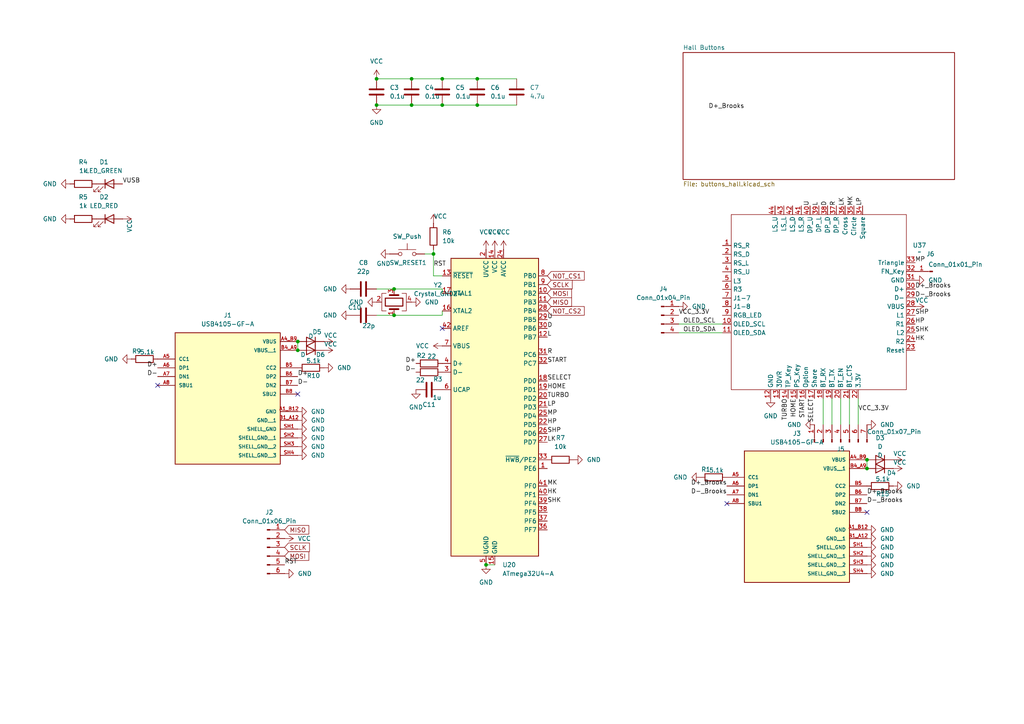
<source format=kicad_sch>
(kicad_sch (version 20231120) (generator "eeschema") (generator_version "8.0")
  (paper "A4")
  (lib_symbols
    (symbol "BrooksBoards:Gen5XMini"
      (property "Reference" "U" (at 0 0 0))
      (symbol "Gen5XMini_0_1"
        (rectangle (start -25.4 25.4) (end 25.4 -25.4))
      )
      (symbol "Gen5XMini_1_1"
        (pin input line (at -27.927 16.4143 0) (length 2.54) (name "RS_R") (number "1"))
        (pin input line (at -27.94 -6.35 0) (length 2.54) (name "OLED_SCL") (number "10"))
        (pin input line (at -27.94 -8.89 0) (length 2.54) (name "OLED_SDA") (number "11"))
        (pin input line (at -13.97 -27.94 90) (length 2.54) (name "GND") (number "12"))
        (pin input line (at -11.43 -27.94 90) (length 2.54) (name "3DVR") (number "13"))
        (pin input line (at -8.89 -27.94 90) (length 2.54) (name "TP_Key") (number "14"))
        (pin input line (at -6.35 -27.94 90) (length 2.54) (name "PS_Key") (number "15"))
        (pin input line (at -3.81 -27.94 90) (length 2.54) (name "Option") (number "16"))
        (pin input line (at -1.27 -27.94 90) (length 2.54) (name "Share") (number "17"))
        (pin input line (at 1.27 -27.94 90) (length 2.54) (name "BT_RX") (number "18"))
        (pin input line (at 3.81 -27.94 90) (length 2.54) (name "BT_TX") (number "19"))
        (pin input line (at -27.927 13.8743 0) (length 2.54) (name "RS_D") (number "2"))
        (pin input line (at 6.35 -27.94 90) (length 2.54) (name "BT_EN") (number "20"))
        (pin input line (at 8.89 -27.94 90) (length 2.54) (name "BT_CTS") (number "21"))
        (pin input line (at 11.43 -27.94 90) (length 2.54) (name "3.3V") (number "22"))
        (pin input line (at 27.94 -13.97 180) (length 2.54) (name "Reset") (number "23"))
        (pin input line (at 27.94 -11.43 180) (length 2.54) (name "R2") (number "24"))
        (pin input line (at 27.94 -8.89 180) (length 2.54) (name "L2") (number "25"))
        (pin input line (at 27.94 -6.35 180) (length 2.54) (name "R1") (number "26"))
        (pin input line (at 27.94 -3.81 180) (length 2.54) (name "L1") (number "27"))
        (pin input line (at 27.94 -1.27 180) (length 2.54) (name "VBUS") (number "28"))
        (pin input line (at 27.94 1.27 180) (length 2.54) (name "D-") (number "29"))
        (pin input line (at -27.927 11.3343 0) (length 2.54) (name "RS_L") (number "3"))
        (pin input line (at 27.94 3.81 180) (length 2.54) (name "D+") (number "30"))
        (pin input line (at 27.94 6.35 180) (length 2.54) (name "GND") (number "31"))
        (pin input line (at 27.94 8.89 180) (length 2.54) (name "FN_Key") (number "32"))
        (pin input line (at 27.94 11.43 180) (length 2.54) (name "Triangle") (number "33"))
        (pin input line (at 12.7 27.94 270) (length 2.54) (name "Square") (number "34"))
        (pin input line (at 10.16 27.94 270) (length 2.54) (name "Circle") (number "35"))
        (pin input line (at 7.62 27.94 270) (length 2.54) (name "Cross") (number "36"))
        (pin input line (at 5.08 27.94 270) (length 2.54) (name "DP_R") (number "37"))
        (pin input line (at 2.54 27.94 270) (length 2.54) (name "DP_D") (number "38"))
        (pin input line (at 0 27.94 270) (length 2.54) (name "DP_L") (number "39"))
        (pin input line (at -27.927 8.7943 0) (length 2.54) (name "RS_U") (number "4"))
        (pin input line (at -2.54 27.94 270) (length 2.54) (name "DP_U") (number "40"))
        (pin input line (at -5.08 27.94 270) (length 2.54) (name "LS_R") (number "41"))
        (pin input line (at -7.62 27.94 270) (length 2.54) (name "LS_D") (number "42"))
        (pin input line (at -10.16 27.94 270) (length 2.54) (name "LS_L") (number "43"))
        (pin input line (at -12.7 27.94 270) (length 2.54) (name "LS_U") (number "44"))
        (pin input line (at -27.94 6.0706 0) (length 2.54) (name "L3") (number "5"))
        (pin input line (at -27.927 3.7143 0) (length 2.54) (name "R3") (number "6"))
        (pin input line (at -27.927 1.1743 0) (length 2.54) (name "J1-7") (number "7"))
        (pin input line (at -27.94 -1.27 0) (length 2.54) (name "J1-8") (number "8"))
        (pin input line (at -27.94 -3.81 0) (length 2.54) (name "RGB_LED") (number "9"))
      )
    )
    (symbol "Connector:Conn_01x01_Pin" (pin_names (offset 1.016) hide)
      (property "Reference" "J" (at 0 2.54 0))
      (property "Value" "Conn_01x01_Pin" (at 0 -2.54 0))
      (symbol "Conn_01x01_Pin_1_1"
        (polyline (pts (xy 1.27 0) (xy 0.8636 0)) (stroke (width 0.1524)))
        (rectangle (start 0.8636 0.127) (end 0 -0.127) (stroke (width 0.1524)) (fill (type outline)))
        (pin passive line (at 5.08 0 180) (length 3.81) (name "Pin_1") (number "1"))
      )
    )
    (symbol "Connector:Conn_01x04_Pin" (pin_names (offset 1.016) hide)
      (property "Reference" "J" (at 0 5.08 0))
      (property "Value" "Conn_01x04_Pin" (at 0 -7.62 0))
      (symbol "Conn_01x04_Pin_1_1"
        (polyline (pts (xy 1.27 -5.08) (xy 0.8636 -5.08)) (stroke (width 0.1524)))
        (polyline (pts (xy 1.27 -2.54) (xy 0.8636 -2.54)) (stroke (width 0.1524)))
        (polyline (pts (xy 1.27 0) (xy 0.8636 0)) (stroke (width 0.1524)))
        (polyline (pts (xy 1.27 2.54) (xy 0.8636 2.54)) (stroke (width 0.1524)))
        (rectangle (start 0.8636 -4.953) (end 0 -5.207) (stroke (width 0.1524)) (fill (type outline)))
        (rectangle (start 0.8636 -2.413) (end 0 -2.667) (stroke (width 0.1524)) (fill (type outline)))
        (rectangle (start 0.8636 0.127) (end 0 -0.127) (stroke (width 0.1524)) (fill (type outline)))
        (rectangle (start 0.8636 2.667) (end 0 2.413) (stroke (width 0.1524)) (fill (type outline)))
        (pin passive line (at 5.08 2.54 180) (length 3.81) (name "Pin_1") (number "1"))
        (pin passive line (at 5.08 0 180) (length 3.81) (name "Pin_2") (number "2"))
        (pin passive line (at 5.08 -2.54 180) (length 3.81) (name "Pin_3") (number "3"))
        (pin passive line (at 5.08 -5.08 180) (length 3.81) (name "Pin_4") (number "4"))
      )
    )
    (symbol "Connector:Conn_01x06_Pin" (pin_names (offset 1.016) hide)
      (property "Reference" "J" (at 0 7.62 0))
      (property "Value" "Conn_01x06_Pin" (at 0 -10.16 0))
      (symbol "Conn_01x06_Pin_1_1"
        (polyline (pts (xy 1.27 -7.62) (xy 0.8636 -7.62)) (stroke (width 0.1524)))
        (polyline (pts (xy 1.27 -5.08) (xy 0.8636 -5.08)) (stroke (width 0.1524)))
        (polyline (pts (xy 1.27 -2.54) (xy 0.8636 -2.54)) (stroke (width 0.1524)))
        (polyline (pts (xy 1.27 0) (xy 0.8636 0)) (stroke (width 0.1524)))
        (polyline (pts (xy 1.27 2.54) (xy 0.8636 2.54)) (stroke (width 0.1524)))
        (polyline (pts (xy 1.27 5.08) (xy 0.8636 5.08)) (stroke (width 0.1524)))
        (rectangle (start 0.8636 -7.493) (end 0 -7.747) (stroke (width 0.1524)) (fill (type outline)))
        (rectangle (start 0.8636 -4.953) (end 0 -5.207) (stroke (width 0.1524)) (fill (type outline)))
        (rectangle (start 0.8636 -2.413) (end 0 -2.667) (stroke (width 0.1524)) (fill (type outline)))
        (rectangle (start 0.8636 0.127) (end 0 -0.127) (stroke (width 0.1524)) (fill (type outline)))
        (rectangle (start 0.8636 2.667) (end 0 2.413) (stroke (width 0.1524)) (fill (type outline)))
        (rectangle (start 0.8636 5.207) (end 0 4.953) (stroke (width 0.1524)) (fill (type outline)))
        (pin passive line (at 5.08 5.08 180) (length 3.81) (name "Pin_1") (number "1"))
        (pin passive line (at 5.08 2.54 180) (length 3.81) (name "Pin_2") (number "2"))
        (pin passive line (at 5.08 0 180) (length 3.81) (name "Pin_3") (number "3"))
        (pin passive line (at 5.08 -2.54 180) (length 3.81) (name "Pin_4") (number "4"))
        (pin passive line (at 5.08 -5.08 180) (length 3.81) (name "Pin_5") (number "5"))
        (pin passive line (at 5.08 -7.62 180) (length 3.81) (name "Pin_6") (number "6"))
      )
    )
    (symbol "Connector:Conn_01x07_Pin" (pin_names (offset 1.016) hide)
      (property "Reference" "J" (at 0 10.16 0))
      (property "Value" "Conn_01x07_Pin" (at 0 -10.16 0))
      (symbol "Conn_01x07_Pin_1_1"
        (polyline (pts (xy 1.27 -7.62) (xy 0.8636 -7.62)) (stroke (width 0.1524)))
        (polyline (pts (xy 1.27 -5.08) (xy 0.8636 -5.08)) (stroke (width 0.1524)))
        (polyline (pts (xy 1.27 -2.54) (xy 0.8636 -2.54)) (stroke (width 0.1524)))
        (polyline (pts (xy 1.27 0) (xy 0.8636 0)) (stroke (width 0.1524)))
        (polyline (pts (xy 1.27 2.54) (xy 0.8636 2.54)) (stroke (width 0.1524)))
        (polyline (pts (xy 1.27 5.08) (xy 0.8636 5.08)) (stroke (width 0.1524)))
        (polyline (pts (xy 1.27 7.62) (xy 0.8636 7.62)) (stroke (width 0.1524)))
        (rectangle (start 0.8636 -7.493) (end 0 -7.747) (stroke (width 0.1524)) (fill (type outline)))
        (rectangle (start 0.8636 -4.953) (end 0 -5.207) (stroke (width 0.1524)) (fill (type outline)))
        (rectangle (start 0.8636 -2.413) (end 0 -2.667) (stroke (width 0.1524)) (fill (type outline)))
        (rectangle (start 0.8636 0.127) (end 0 -0.127) (stroke (width 0.1524)) (fill (type outline)))
        (rectangle (start 0.8636 2.667) (end 0 2.413) (stroke (width 0.1524)) (fill (type outline)))
        (rectangle (start 0.8636 5.207) (end 0 4.953) (stroke (width 0.1524)) (fill (type outline)))
        (rectangle (start 0.8636 7.747) (end 0 7.493) (stroke (width 0.1524)) (fill (type outline)))
        (pin passive line (at 5.08 7.62 180) (length 3.81) (name "Pin_1") (number "1"))
        (pin passive line (at 5.08 5.08 180) (length 3.81) (name "Pin_2") (number "2"))
        (pin passive line (at 5.08 2.54 180) (length 3.81) (name "Pin_3") (number "3"))
        (pin passive line (at 5.08 0 180) (length 3.81) (name "Pin_4") (number "4"))
        (pin passive line (at 5.08 -2.54 180) (length 3.81) (name "Pin_5") (number "5"))
        (pin passive line (at 5.08 -5.08 180) (length 3.81) (name "Pin_6") (number "6"))
        (pin passive line (at 5.08 -7.62 180) (length 3.81) (name "Pin_7") (number "7"))
      )
    )
    (symbol "Device:C" (pin_numbers hide) (pin_names (offset 0.254))
      (property "Reference" "C" (at 0.635 2.54 0))
      (property "Value" "C" (at 0.635 -2.54 0))
      (symbol "C_0_1"
        (polyline (pts (xy -2.032 -0.762) (xy 2.032 -0.762)) (stroke (width 0.508)))
        (polyline (pts (xy -2.032 0.762) (xy 2.032 0.762)) (stroke (width 0.508)))
      )
      (symbol "C_1_1"
        (pin passive line (at 0 3.81 270) (length 2.794) (name "~") (number "1"))
        (pin passive line (at 0 -3.81 90) (length 2.794) (name "~") (number "2"))
      )
    )
    (symbol "Device:Crystal_GND24" (pin_names (offset 1.016) hide)
      (property "Reference" "Y" (at 3.175 5.08 0))
      (property "Value" "Crystal_GND24" (at 3.175 3.175 0))
      (symbol "Crystal_GND24_0_1"
        (rectangle (start -1.143 2.54) (end 1.143 -2.54) (stroke (width 0.3048)))
        (polyline (pts (xy -2.54 0) (xy -2.032 0)))
        (polyline (pts (xy -2.032 -1.27) (xy -2.032 1.27)) (stroke (width 0.508)))
        (polyline (pts (xy 0 -3.81) (xy 0 -3.556)))
        (polyline (pts (xy 0 3.556) (xy 0 3.81)))
        (polyline (pts (xy 2.032 -1.27) (xy 2.032 1.27)) (stroke (width 0.508)))
        (polyline (pts (xy 2.032 0) (xy 2.54 0)))
        (polyline (pts (xy -2.54 -2.286) (xy -2.54 -3.556) (xy 2.54 -3.556) (xy 2.54 -2.286)))
        (polyline (pts (xy -2.54 2.286) (xy -2.54 3.556) (xy 2.54 3.556) (xy 2.54 2.286)))
      )
      (symbol "Crystal_GND24_1_1"
        (pin passive line (at -3.81 0 0) (length 1.27) (name "1") (number "1"))
        (pin passive line (at 0 5.08 270) (length 1.27) (name "2") (number "2"))
        (pin passive line (at 3.81 0 180) (length 1.27) (name "3") (number "3"))
        (pin passive line (at 0 -5.08 90) (length 1.27) (name "4") (number "4"))
      )
    )
    (symbol "Device:D" (pin_numbers hide) (pin_names (offset 1.016) hide)
      (property "Reference" "D" (at 0 2.54 0))
      (property "Value" "D" (at 0 -2.54 0))
      (symbol "D_0_1"
        (polyline (pts (xy -1.27 1.27) (xy -1.27 -1.27)) (stroke (width 0.254)))
        (polyline (pts (xy 1.27 0) (xy -1.27 0)))
        (polyline (pts (xy 1.27 1.27) (xy 1.27 -1.27) (xy -1.27 0) (xy 1.27 1.27)) (stroke (width 0.254)))
      )
      (symbol "D_1_1"
        (pin passive line (at -3.81 0 0) (length 2.54) (name "K") (number "1"))
        (pin passive line (at 3.81 0 180) (length 2.54) (name "A") (number "2"))
      )
    )
    (symbol "Device:LED" (pin_numbers hide) (pin_names (offset 1.016) hide)
      (property "Reference" "D" (at 0 2.54 0))
      (property "Value" "LED" (at 0 -2.54 0))
      (symbol "LED_0_1"
        (polyline (pts (xy -1.27 -1.27) (xy -1.27 1.27)) (stroke (width 0.254)))
        (polyline (pts (xy -1.27 0) (xy 1.27 0)))
        (polyline (pts (xy 1.27 -1.27) (xy 1.27 1.27) (xy -1.27 0) (xy 1.27 -1.27)) (stroke (width 0.254)))
        (polyline (pts (xy -3.048 -0.762) (xy -4.572 -2.286) (xy -3.81 -2.286) (xy -4.572 -2.286) (xy -4.572 -1.524)))
        (polyline (pts (xy -1.778 -0.762) (xy -3.302 -2.286) (xy -2.54 -2.286) (xy -3.302 -2.286) (xy -3.302 -1.524)))
      )
      (symbol "LED_1_1"
        (pin passive line (at -3.81 0 0) (length 2.54) (name "K") (number "1"))
        (pin passive line (at 3.81 0 180) (length 2.54) (name "A") (number "2"))
      )
    )
    (symbol "Device:R" (pin_numbers hide) (pin_names (offset 0))
      (property "Reference" "R" (at 2.032 0 90))
      (property "Value" "R" (at 0 0 90))
      (symbol "R_0_1"
        (rectangle (start -1.016 -2.54) (end 1.016 2.54) (stroke (width 0.254)))
      )
      (symbol "R_1_1"
        (pin passive line (at 0 3.81 270) (length 1.27) (name "~") (number "1"))
        (pin passive line (at 0 -3.81 90) (length 1.27) (name "~") (number "2"))
      )
    )
    (symbol "MCU_Microchip_ATmega:ATmega32U4-A"
      (property "Reference" "U" (at -12.7 44.45 0))
      (property "Value" "ATmega32U4-A" (at 2.54 -44.45 0))
      (symbol "ATmega32U4-A_0_1"
        (rectangle (start -12.7 -43.18) (end 12.7 43.18) (stroke (width 0.254)) (fill (type background)))
      )
      (symbol "ATmega32U4-A_1_1"
        (pin bidirectional line (at 15.24 -17.78 180) (length 2.54) (name "PE6") (number "1"))
        (pin bidirectional line (at 15.24 33.02 180) (length 2.54) (name "PB2") (number "10"))
        (pin bidirectional line (at 15.24 30.48 180) (length 2.54) (name "PB3") (number "11"))
        (pin bidirectional line (at 15.24 20.32 180) (length 2.54) (name "PB7") (number "12"))
        (pin input line (at -15.24 38.1 0) (length 2.54) (name "~{RESET}") (number "13"))
        (pin power_in line (at 0 45.72 270) (length 2.54) (name "VCC") (number "14"))
        (pin power_in line (at 0 -45.72 90) (length 2.54) (name "GND") (number "15"))
        (pin output line (at -15.24 27.94 0) (length 2.54) (name "XTAL2") (number "16"))
        (pin input line (at -15.24 33.02 0) (length 2.54) (name "XTAL1") (number "17"))
        (pin bidirectional line (at 15.24 7.62 180) (length 2.54) (name "PD0") (number "18"))
        (pin bidirectional line (at 15.24 5.08 180) (length 2.54) (name "PD1") (number "19"))
        (pin power_in line (at -2.54 45.72 270) (length 2.54) (name "UVCC") (number "2"))
        (pin bidirectional line (at 15.24 2.54 180) (length 2.54) (name "PD2") (number "20"))
        (pin bidirectional line (at 15.24 0 180) (length 2.54) (name "PD3") (number "21"))
        (pin bidirectional line (at 15.24 -5.08 180) (length 2.54) (name "PD5") (number "22"))
        (pin passive line (at 0 -45.72 90) (length 2.54) hide (name "GND") (number "23"))
        (pin power_in line (at 2.54 45.72 270) (length 2.54) (name "AVCC") (number "24"))
        (pin bidirectional line (at 15.24 -2.54 180) (length 2.54) (name "PD4") (number "25"))
        (pin bidirectional line (at 15.24 -7.62 180) (length 2.54) (name "PD6") (number "26"))
        (pin bidirectional line (at 15.24 -10.16 180) (length 2.54) (name "PD7") (number "27"))
        (pin bidirectional line (at 15.24 27.94 180) (length 2.54) (name "PB4") (number "28"))
        (pin bidirectional line (at 15.24 25.4 180) (length 2.54) (name "PB5") (number "29"))
        (pin bidirectional line (at -15.24 10.16 0) (length 2.54) (name "D-") (number "3"))
        (pin bidirectional line (at 15.24 22.86 180) (length 2.54) (name "PB6") (number "30"))
        (pin bidirectional line (at 15.24 15.24 180) (length 2.54) (name "PC6") (number "31"))
        (pin bidirectional line (at 15.24 12.7 180) (length 2.54) (name "PC7") (number "32"))
        (pin bidirectional line (at 15.24 -15.24 180) (length 2.54) (name "~{HWB}/PE2") (number "33"))
        (pin passive line (at 0 45.72 270) (length 2.54) hide (name "VCC") (number "34"))
        (pin passive line (at 0 -45.72 90) (length 2.54) hide (name "GND") (number "35"))
        (pin bidirectional line (at 15.24 -35.56 180) (length 2.54) (name "PF7") (number "36"))
        (pin bidirectional line (at 15.24 -33.02 180) (length 2.54) (name "PF6") (number "37"))
        (pin bidirectional line (at 15.24 -30.48 180) (length 2.54) (name "PF5") (number "38"))
        (pin bidirectional line (at 15.24 -27.94 180) (length 2.54) (name "PF4") (number "39"))
        (pin bidirectional line (at -15.24 12.7 0) (length 2.54) (name "D+") (number "4"))
        (pin bidirectional line (at 15.24 -25.4 180) (length 2.54) (name "PF1") (number "40"))
        (pin bidirectional line (at 15.24 -22.86 180) (length 2.54) (name "PF0") (number "41"))
        (pin passive line (at -15.24 22.86 0) (length 2.54) (name "AREF") (number "42"))
        (pin passive line (at 0 -45.72 90) (length 2.54) hide (name "GND") (number "43"))
        (pin passive line (at 2.54 45.72 270) (length 2.54) hide (name "AVCC") (number "44"))
        (pin passive line (at -2.54 -45.72 90) (length 2.54) (name "UGND") (number "5"))
        (pin passive line (at -15.24 5.08 0) (length 2.54) (name "UCAP") (number "6"))
        (pin input line (at -15.24 17.78 0) (length 2.54) (name "VBUS") (number "7"))
        (pin bidirectional line (at 15.24 38.1 180) (length 2.54) (name "PB0") (number "8"))
        (pin bidirectional line (at 15.24 35.56 180) (length 2.54) (name "PB1") (number "9"))
      )
    )
    (symbol "Switch:SW_Push" (pin_numbers hide) (pin_names (offset 1.016) hide)
      (property "Reference" "SW" (at 1.27 2.54 0))
      (property "Value" "SW_Push" (at 0 -1.524 0))
      (symbol "SW_Push_0_1"
        (circle (center -2.032 0) (radius 0.508))
        (polyline (pts (xy 0 1.27) (xy 0 3.048)))
        (polyline (pts (xy 2.54 1.27) (xy -2.54 1.27)))
        (circle (center 2.032 0) (radius 0.508))
        (pin passive line (at -5.08 0 0) (length 2.54) (name "1") (number "1"))
        (pin passive line (at 5.08 0 180) (length 2.54) (name "2") (number "2"))
      )
    )
    (symbol "USB4105-GF-A:USB4105-GF-A" (pin_names (offset 1.016))
      (property "Reference" "J" (at -15.24 13.97 0))
      (property "Value" "USB4105-GF-A" (at -15.24 -27.94 0))
      (symbol "USB4105-GF-A_0_0"
        (rectangle (start -15.24 -25.4) (end 15.24 12.7) (stroke (width 0.254)) (fill (type background)))
        (pin power_in line (at 20.32 -10.16 180) (length 5.08) (name "GND") (number "A1_B12"))
        (pin power_in line (at 20.32 10.16 180) (length 5.08) (name "VBUS") (number "A4_B9"))
        (pin bidirectional line (at -20.32 5.08 0) (length 5.08) (name "CC1") (number "A5"))
        (pin bidirectional line (at -20.32 2.54 0) (length 5.08) (name "DP1") (number "A6"))
        (pin bidirectional line (at -20.32 0 0) (length 5.08) (name "DN1") (number "A7"))
        (pin bidirectional line (at -20.32 -2.54 0) (length 5.08) (name "SBU1") (number "A8"))
        (pin power_in line (at 20.32 -12.7 180) (length 5.08) (name "GND__1") (number "B1_A12"))
        (pin power_in line (at 20.32 7.62 180) (length 5.08) (name "VBUS__1") (number "B4_A9"))
        (pin bidirectional line (at 20.32 2.54 180) (length 5.08) (name "CC2") (number "B5"))
        (pin bidirectional line (at 20.32 0 180) (length 5.08) (name "DP2") (number "B6"))
        (pin bidirectional line (at 20.32 -2.54 180) (length 5.08) (name "DN2") (number "B7"))
        (pin bidirectional line (at 20.32 -5.08 180) (length 5.08) (name "SBU2") (number "B8"))
        (pin power_in line (at 20.32 -15.24 180) (length 5.08) (name "SHELL_GND") (number "SH1"))
        (pin power_in line (at 20.32 -17.78 180) (length 5.08) (name "SHELL_GND__1") (number "SH2"))
        (pin power_in line (at 20.32 -20.32 180) (length 5.08) (name "SHELL_GND__2") (number "SH3"))
        (pin power_in line (at 20.32 -22.86 180) (length 5.08) (name "SHELL_GND__3") (number "SH4"))
      )
    )
    (symbol "power:GND" (power) (pin_numbers hide) (pin_names (offset 0) hide)
      (property "Value" "GND" (at 0 -3.81 0))
      (symbol "GND_0_1"
        (polyline (pts (xy 0 0) (xy 0 -1.27) (xy 1.27 -1.27) (xy 0 -2.54) (xy -1.27 -1.27) (xy 0 -1.27)))
      )
      (symbol "GND_1_1"
        (pin power_in line (at 0 0 270) (length 0) (name "~") (number "1"))
      )
    )
    (symbol "power:VCC" (power) (pin_numbers hide) (pin_names (offset 0) hide)
      (property "Value" "VCC" (at 0 3.556 0))
      (symbol "VCC_0_1"
        (polyline (pts (xy -0.762 1.27) (xy 0 2.54)))
        (polyline (pts (xy 0 0) (xy 0 2.54)))
        (polyline (pts (xy 0 2.54) (xy 0.762 1.27)))
      )
      (symbol "VCC_1_1"
        (pin power_in line (at 0 0 90) (length 0) (name "~") (number "1"))
      )
    )
  )
  (junction (at 119.38 30.48))
  (junction (at 114.3 83.82))
  (junction (at 128.27 22.86))
  (junction (at 251.46 135.89))
  (junction (at 114.3 91.44))
  (junction (at 138.43 22.86))
  (junction (at 109.22 30.48))
  (junction (at 140.97 163.83))
  (junction (at 125.73 73.66))
  (junction (at 86.36 99.06))
  (junction (at 86.36 101.6))
  (junction (at 109.22 22.86))
  (junction (at 119.38 22.86))
  (junction (at 251.46 133.35))
  (junction (at 138.43 30.48))
  (junction (at 128.27 30.48))
  (no_connect (at 251.46 148.59))
  (no_connect (at 45.72 111.76))
  (no_connect (at 86.36 114.3))
  (no_connect (at 128.27 95.25))
  (no_connect (at 210.82 146.05))
  (wire (pts (xy 109.22 22.86) (xy 119.38 22.86)))
  (wire (pts (xy 109.22 91.44) (xy 114.3 91.44)))
  (wire (pts (xy 125.73 80.01) (xy 125.73 73.66)))
  (wire (pts (xy 246.38 115.57) (xy 246.38 123.19)))
  (wire (pts (xy 140.97 163.83) (xy 143.51 163.83)))
  (wire (pts (xy 109.22 30.48) (xy 119.38 30.48)))
  (wire (pts (xy 128.27 22.86) (xy 138.43 22.86)))
  (wire (pts (xy 128.27 91.44) (xy 128.27 90.17)))
  (wire (pts (xy 119.38 22.86) (xy 128.27 22.86)))
  (wire (pts (xy 241.3 115.57) (xy 241.3 123.19)))
  (wire (pts (xy 119.38 30.48) (xy 128.27 30.48)))
  (wire (pts (xy 128.27 80.01) (xy 125.73 80.01)))
  (wire (pts (xy 86.36 99.06) (xy 86.36 101.6)))
  (wire (pts (xy 123.19 73.66) (xy 125.73 73.66)))
  (wire (pts (xy 128.27 83.82) (xy 128.27 85.09)))
  (wire (pts (xy 109.22 83.82) (xy 114.3 83.82)))
  (wire (pts (xy 243.84 115.57) (xy 243.84 123.19)))
  (wire (pts (xy 114.3 83.82) (xy 128.27 83.82)))
  (wire (pts (xy 114.3 91.44) (xy 128.27 91.44)))
  (wire (pts (xy 138.43 22.86) (xy 149.86 22.86)))
  (wire (pts (xy 248.92 115.57) (xy 248.92 123.19)))
  (wire (pts (xy 128.27 30.48) (xy 138.43 30.48)))
  (wire (pts (xy 238.76 115.57) (xy 238.76 123.19)))
  (wire (pts (xy 125.73 73.66) (xy 125.73 72.39)))
  (wire (pts (xy 138.43 30.48) (xy 149.86 30.48)))
  (wire (pts (xy 251.46 133.35) (xy 251.46 135.89)))
  (wire (pts (xy 196.85 96.52) (xy 209.55 96.52)))
  (wire (pts (xy 196.85 93.98) (xy 209.55 93.98)))
  (label "LK" (at 245.11 59.69 90))
  (label "R" (at 242.57 59.69 90))
  (label "LP" (at 250.19 59.69 90))
  (label "D-" (at 120.65 107.95 180))
  (label "MK" (at 247.65 59.69 90))
  (label "VCC_3.3V" (at 248.92 119.38 0))
  (label "MP" (at 265.43 76.2 0))
  (label "D-_Brooks" (at 210.82 143.51 180))
  (label "OLED_SCL" (at 198.12 93.98 0))
  (label "D+_Brooks" (at 210.82 140.97 180))
  (label "SHK" (at 158.75 146.05 0))
  (label "D-_Brooks" (at 251.46 146.05 0))
  (label "OLED_SDA" (at 198.12 96.52 0))
  (label "TURBO" (at 228.6 115.57 270))
  (label "RST" (at 82.55 163.83 0))
  (label "START" (at 233.68 115.57 270))
  (label "D+" (at 45.72 106.68 180))
  (label "SHP" (at 158.75 125.73 0))
  (label "D+" (at 86.36 109.22 0))
  (label "HP" (at 265.43 93.98 0))
  (label "HK" (at 265.43 99.06 0))
  (label "SELECT" (at 158.75 110.49 0))
  (label "D-" (at 45.72 109.22 180))
  (label "VCC_3.3V" (at 196.85 91.44 0))
  (label "L" (at 158.75 97.79 0))
  (label "D-_Brooks" (at 265.43 86.36 0))
  (label "SHP" (at 265.43 91.44 0))
  (label "HP" (at 158.75 123.19 0))
  (label "SELECT" (at 236.22 115.57 270))
  (label "D+" (at 120.65 105.41 180))
  (label "HOME" (at 158.75 113.03 0))
  (label "TURBO" (at 158.75 115.57 0))
  (label "SHK" (at 265.43 96.52 0))
  (label "D" (at 158.75 95.25 0))
  (label "HK" (at 158.75 143.51 0))
  (label "MK" (at 158.75 140.97 0))
  (label "U" (at 234.95 59.69 90))
  (label "RST" (at 125.73 77.47 0))
  (label "HOME" (at 231.14 115.57 270))
  (label "START" (at 158.75 105.41 0))
  (label "D" (at 240.03 59.69 90))
  (label "D+_Brooks" (at 251.46 143.51 0))
  (label "D-" (at 86.36 111.76 0))
  (label "R" (at 158.75 102.87 0))
  (label "L" (at 237.49 59.69 90))
  (label "LK" (at 158.75 128.27 0))
  (label "LP" (at 158.75 118.11 0))
  (label "D+_Brooks" (at 215.9 31.75 180))
  (label "D+_Brooks" (at 265.43 83.82 0))
  (label "U" (at 158.75 92.71 0))
  (label "VUSB" (at 35.56 53.34 0))
  (label "MP" (at 158.75 120.65 0))
  (global_label "MOSI" (shape input) (at 158.75 85.09 0) (property "Intersheetrefs" "${INTERSHEET_REFS}" (effects (hide yes))))
  (global_label "NOT_CS1" (shape input) (at 158.75 80.01 0) (property "Intersheetrefs" "${INTERSHEET_REFS}" (effects (hide yes))))
  (global_label "MOSI" (shape input) (at 82.55 161.29 0) (property "Intersheetrefs" "${INTERSHEET_REFS}" (effects (hide yes))))
  (global_label "SCLK" (shape input) (at 158.75 82.55 0) (property "Intersheetrefs" "${INTERSHEET_REFS}" (effects (hide yes))))
  (global_label "NOT_CS2" (shape input) (at 158.75 90.17 0) (property "Intersheetrefs" "${INTERSHEET_REFS}" (effects (hide yes))))
  (global_label "SCLK" (shape input) (at 82.55 158.75 0) (property "Intersheetrefs" "${INTERSHEET_REFS}" (effects (hide yes))))
  (global_label "MISO" (shape input) (at 82.55 153.67 0) (property "Intersheetrefs" "${INTERSHEET_REFS}" (effects (hide yes))))
  (global_label "MISO" (shape input) (at 158.75 87.63 0) (property "Intersheetrefs" "${INTERSHEET_REFS}" (effects (hide yes))))
  (symbol (lib_id "power:GND") (at 86.36 119.38 90) (unit 1)
    (property "Reference" "#PWR05" (effects (hide yes)))
    (property "Value" "GND" (at 90.17 119.3799 90) (effects (justify right)))
    (property "Description" "Power symbol creates a global label with name \"GND\" , ground" (effects (hide yes)))
  )
  (symbol (lib_id "power:GND") (at 86.36 132.08 90) (unit 1)
    (property "Reference" "#PWR070" (effects (hide yes)))
    (property "Value" "GND" (at 90.17 132.0799 90) (effects (justify right)))
    (property "Description" "Power symbol creates a global label with name \"GND\" , ground" (effects (hide yes)))
  )
  (symbol (lib_id "Connector:Conn_01x04_Pin") (at 191.77 91.44 0) (unit 1)
    (property "Reference" "J4" (at 192.405 83.82 0))
    (property "Value" "Conn_01x04_Pin" (at 192.405 86.36 0))
    (property "Footprint" "Connector_PinHeader_2.54mm:PinHeader_1x04_P2.54mm_Vertical" (effects (hide yes)))
    (property "Description" "Generic connector, single row, 01x04, script generated" (effects (hide yes)))
  )
  (symbol (lib_id "Device:C") (at 149.86 26.67 0) (unit 1)
    (property "Reference" "C7" (at 153.67 25.3999 0) (effects (justify left)))
    (property "Value" "4.7u" (at 153.67 27.9399 0) (effects (justify left)))
    (property "Footprint" "Capacitor_SMD:C_0603_1608Metric" (effects (hide yes)))
    (property "Description" "Unpolarized capacitor" (effects (hide yes)))
  )
  (symbol (lib_id "power:GND") (at 196.85 88.9 90) (unit 1)
    (property "Reference" "#PWR016" (effects (hide yes)))
    (property "Value" "GND" (at 200.66 88.8999 90) (effects (justify right)))
    (property "Description" "Power symbol creates a global label with name \"GND\" , ground" (effects (hide yes)))
  )
  (symbol (lib_id "power:GND") (at 86.36 129.54 90) (unit 1)
    (property "Reference" "#PWR011" (effects (hide yes)))
    (property "Value" "GND" (at 90.17 129.5399 90) (effects (justify right)))
    (property "Description" "Power symbol creates a global label with name \"GND\" , ground" (effects (hide yes)))
  )
  (symbol (lib_id "USB4105-GF-A:USB4105-GF-A") (at 231.14 143.51 0) (unit 1)
    (property "Reference" "J3" (at 231.14 125.73 0))
    (property "Value" "USB4105-GF-A" (at 231.14 128.27 0))
    (property "Footprint" "USB4105_GF_A:GCT_USB4105-GF-A" (effects (hide yes)))
    (property "PARTREV" "B4" (effects (hide yes)))
    (property "STANDARD" "Manufacturer Recommendations" (effects (hide yes)))
    (property "MAXIMUM_PACKAGE_HEIGHT" "3.31 mm" (effects (hide yes)))
    (property "MANUFACTURER" "GCT" (effects (hide yes)))
  )
  (symbol (lib_id "power:GND") (at 140.97 163.83 0) (unit 1)
    (property "Reference" "#PWR064" (effects (hide yes)))
    (property "Value" "GND" (at 140.97 168.91 0))
    (property "Description" "Power symbol creates a global label with name \"GND\" , ground" (effects (hide yes)))
  )
  (symbol (lib_id "power:VCC") (at 125.73 64.77 0) (unit 1)
    (property "Reference" "#PWR061" (effects (hide yes)))
    (property "Value" "VCC" (at 127.762 62.738 0))
    (property "Description" "Power symbol creates a global label with name \"VCC\"" (effects (hide yes)))
  )
  (symbol (lib_id "power:GND") (at 101.6 91.44 270) (unit 1)
    (property "Reference" "#PWR055" (effects (hide yes)))
    (property "Value" "GND" (at 97.79 91.4399 90) (effects (justify right)))
    (property "Description" "Power symbol creates a global label with name \"GND\" , ground" (effects (hide yes)))
  )
  (symbol (lib_id "Device:D") (at 255.27 133.35 180) (unit 1)
    (property "Reference" "D3" (at 255.27 127 0))
    (property "Value" "D" (at 255.27 129.54 0))
    (property "Footprint" "Diode_SMD:D_0603_1608Metric" (effects (hide yes)))
    (property "Description" "Diode" (effects (hide yes)))
    (property "Sim.Device" "D" (effects (hide yes)))
    (property "Sim.Pins" "1=K 2=A" (effects (hide yes)))
  )
  (symbol (lib_id "Device:LED") (at 31.75 63.5 0) (unit 1)
    (property "Reference" "D2" (at 30.1625 57.15 0))
    (property "Value" "LED_RED" (at 30.1625 59.69 0))
    (property "Footprint" "LED_SMD:LED_0201_0603Metric" (effects (hide yes)))
    (property "Description" "Light emitting diode" (effects (hide yes)))
  )
  (symbol (lib_id "BrooksBoards:Gen5XMini") (at 237.49 87.63 0) (unit 1)
    (property "Reference" "U37" (at 266.7 71.1514 0))
    (property "Value" "~" (at 266.7 73.0565 0))
    (property "Footprint" "BrooksBoards:BrooksGen-5X Mini" (effects (hide yes)))
  )
  (symbol (lib_id "Device:D") (at 90.17 99.06 180) (unit 1)
    (property "Reference" "D5" (at 91.948 96.266 0))
    (property "Value" "D" (at 90.17 97.536 0))
    (property "Footprint" "Diode_SMD:D_0603_1608Metric" (effects (hide yes)))
    (property "Description" "Diode" (effects (hide yes)))
    (property "Sim.Device" "D" (effects (hide yes)))
    (property "Sim.Pins" "1=K 2=A" (effects (hide yes)))
  )
  (symbol (lib_id "power:GND") (at 38.1 104.14 270) (unit 1)
    (property "Reference" "#PWR071" (effects (hide yes)))
    (property "Value" "GND" (at 34.29 104.1399 90) (effects (justify right)))
    (property "Description" "Power symbol creates a global label with name \"GND\" , ground" (effects (hide yes)))
  )
  (symbol (lib_id "Device:C") (at 128.27 26.67 0) (unit 1)
    (property "Reference" "C5" (at 132.08 25.3999 0) (effects (justify left)))
    (property "Value" "0.1u" (at 132.08 27.9399 0) (effects (justify left)))
    (property "Footprint" "Capacitor_SMD:C_0603_1608Metric" (effects (hide yes)))
    (property "Description" "Unpolarized capacitor" (effects (hide yes)))
  )
  (symbol (lib_id "Device:C") (at 105.41 83.82 90) (unit 1)
    (property "Reference" "C8" (at 105.41 76.2 90))
    (property "Value" "22p" (at 105.41 78.74 90))
    (property "Footprint" "Capacitor_SMD:C_0603_1608Metric" (effects (hide yes)))
    (property "Description" "Unpolarized capacitor" (effects (hide yes)))
  )
  (symbol (lib_id "Device:C") (at 138.43 26.67 0) (unit 1)
    (property "Reference" "C6" (at 142.24 25.3999 0) (effects (justify left)))
    (property "Value" "0.1u" (at 142.24 27.9399 0) (effects (justify left)))
    (property "Footprint" "Capacitor_SMD:C_0603_1608Metric" (effects (hide yes)))
    (property "Description" "Unpolarized capacitor" (effects (hide yes)))
  )
  (symbol (lib_id "power:VCC") (at 128.27 100.33 90) (unit 1)
    (property "Reference" "#PWR062" (effects (hide yes)))
    (property "Value" "VCC" (at 124.46 100.3299 90) (effects (justify left)))
    (property "Description" "Power symbol creates a global label with name \"VCC\"" (effects (hide yes)))
  )
  (symbol (lib_id "Device:C") (at 119.38 26.67 0) (unit 1)
    (property "Reference" "C4" (at 123.19 25.3999 0) (effects (justify left)))
    (property "Value" "0.1u" (at 123.19 27.9399 0) (effects (justify left)))
    (property "Footprint" "Capacitor_SMD:C_0603_1608Metric" (effects (hide yes)))
    (property "Description" "Unpolarized capacitor" (effects (hide yes)))
  )
  (symbol (lib_id "power:GND") (at 109.22 87.63 270) (unit 1)
    (property "Reference" "#PWR057" (effects (hide yes)))
    (property "Value" "GND" (at 105.41 87.6299 90) (effects (justify right)))
    (property "Description" "Power symbol creates a global label with name \"GND\" , ground" (effects (hide yes)))
  )
  (symbol (lib_id "power:VCC") (at 140.97 72.39 0) (unit 1)
    (property "Reference" "#PWR063" (effects (hide yes)))
    (property "Value" "VCC" (at 140.97 67.31 0))
    (property "Description" "Power symbol creates a global label with name \"VCC\"" (effects (hide yes)))
  )
  (symbol (lib_id "power:GND") (at 86.36 124.46 90) (unit 1)
    (property "Reference" "#PWR07" (effects (hide yes)))
    (property "Value" "GND" (at 90.17 124.4599 90) (effects (justify right)))
    (property "Description" "Power symbol creates a global label with name \"GND\" , ground" (effects (hide yes)))
  )
  (symbol (lib_id "Connector:Conn_01x07_Pin") (at 243.84 128.27 90) (unit 1)
    (property "Reference" "J5" (at 243.84 130.302 90))
    (property "Value" "Conn_01x07_Pin" (at 259.334 125.222 90))
    (property "Footprint" "Connector_PinHeader_2.54mm:PinHeader_1x07_P2.54mm_Vertical" (effects (hide yes)))
    (property "Description" "Generic connector, single row, 01x07, script generated" (effects (hide yes)))
  )
  (symbol (lib_id "power:VCC") (at 265.43 88.9 270) (unit 1)
    (property "Reference" "#PWR017" (effects (hide yes)))
    (property "Value" "VCC" (at 265.43 87.122 90) (effects (justify left)))
    (property "Description" "Power symbol creates a global label with name \"VCC\"" (effects (hide yes)))
  )
  (symbol (lib_id "power:GND") (at 251.46 123.19 90) (unit 1)
    (property "Reference" "#PWR015" (effects (hide yes)))
    (property "Value" "GND" (at 255.27 123.1899 90) (effects (justify right)))
    (property "Description" "Power symbol creates a global label with name \"GND\" , ground" (effects (hide yes)))
  )
  (symbol (lib_id "MCU_Microchip_ATmega:ATmega32U4-A") (at 143.51 118.11 0) (unit 1)
    (property "Reference" "U20" (at 145.7041 163.83 0) (effects (justify left)))
    (property "Value" "ATmega32U4-A" (at 145.7041 166.37 0) (effects (justify left)))
    (property "Footprint" "Package_QFP:TQFP-44_10x10mm_P0.8mm" (effects (hide yes)))
    (property "Datasheet" "http://ww1.microchip.com/downloads/en/DeviceDoc/Atmel-7766-8-bit-AVR-ATmega16U4-32U4_Datasheet.pdf" (effects (hide yes)))
    (property "Description" "16MHz, 32kB Flash, 2.5kB SRAM, 1kB EEPROM, USB 2.0, TQFP-44" (effects (hide yes)))
  )
  (symbol (lib_id "power:VCC") (at 259.08 135.89 270) (unit 1)
    (property "Reference" "#PWR0118" (effects (hide yes)))
    (property "Value" "VCC" (at 259.08 134.112 90) (effects (justify left)))
    (property "Description" "Power symbol creates a global label with name \"VCC\"" (effects (hide yes)))
  )
  (symbol (lib_id "power:GND") (at 251.46 153.67 90) (unit 1)
    (property "Reference" "#PWR0119" (effects (hide yes)))
    (property "Value" "GND" (at 255.27 153.6699 90) (effects (justify right)))
    (property "Description" "Power symbol creates a global label with name \"GND\" , ground" (effects (hide yes)))
  )
  (symbol (lib_id "power:VCC") (at 93.98 99.06 270) (unit 1)
    (property "Reference" "#PWR01" (effects (hide yes)))
    (property "Value" "VCC" (at 93.98 97.282 90) (effects (justify left)))
    (property "Description" "Power symbol creates a global label with name \"VCC\"" (effects (hide yes)))
  )
  (symbol (lib_id "power:GND") (at 251.46 163.83 90) (unit 1)
    (property "Reference" "#PWR0123" (effects (hide yes)))
    (property "Value" "GND" (at 255.27 163.8299 90) (effects (justify right)))
    (property "Description" "Power symbol creates a global label with name \"GND\" , ground" (effects (hide yes)))
  )
  (symbol (lib_id "Device:C") (at 105.41 91.44 90) (unit 1)
    (property "Reference" "C10" (at 102.87 89.154 90))
    (property "Value" "22p" (at 106.934 94.488 90))
    (property "Footprint" "Capacitor_SMD:C_0603_1608Metric" (effects (hide yes)))
    (property "Description" "Unpolarized capacitor" (effects (hide yes)))
  )
  (symbol (lib_id "USB4105-GF-A:USB4105-GF-A") (at 66.04 109.22 0) (unit 1)
    (property "Reference" "J1" (at 66.04 91.44 0))
    (property "Value" "USB4105-GF-A" (at 66.04 93.98 0))
    (property "Footprint" "USB4105_GF_A:GCT_USB4105-GF-A" (effects (hide yes)))
    (property "PARTREV" "B4" (effects (hide yes)))
    (property "STANDARD" "Manufacturer Recommendations" (effects (hide yes)))
    (property "MAXIMUM_PACKAGE_HEIGHT" "3.31 mm" (effects (hide yes)))
    (property "MANUFACTURER" "GCT" (effects (hide yes)))
  )
  (symbol (lib_id "power:GND") (at 101.6 83.82 270) (unit 1)
    (property "Reference" "#PWR054" (effects (hide yes)))
    (property "Value" "GND" (at 97.79 83.8199 90) (effects (justify right)))
    (property "Description" "Power symbol creates a global label with name \"GND\" , ground" (effects (hide yes)))
  )
  (symbol (lib_id "Device:R") (at 24.13 53.34 90) (unit 1)
    (property "Reference" "R4" (at 24.13 46.99 90))
    (property "Value" "1k" (at 24.13 49.53 90))
    (property "Footprint" "Resistor_SMD:R_0603_1608Metric" (effects (hide yes)))
    (property "Description" "Resistor" (effects (hide yes)))
  )
  (symbol (lib_id "power:VCC") (at 35.56 63.5 270) (unit 1)
    (property "Reference" "#PWR014" (effects (hide yes)))
    (property "Value" "VCC" (at 37.592 65.532 0))
    (property "Description" "Power symbol creates a global label with name \"VCC\"" (effects (hide yes)))
  )
  (symbol (lib_id "Device:R") (at 90.17 106.68 90) (unit 1)
    (property "Reference" "R10" (at 90.932 108.966 90))
    (property "Value" "5.1k" (at 90.932 104.648 90))
    (property "Footprint" "Resistor_SMD:R_0603_1608Metric" (effects (hide yes)))
    (property "Description" "Resistor" (effects (hide yes)))
  )
  (symbol (lib_id "Device:D") (at 90.17 101.6 180) (unit 1)
    (property "Reference" "D6" (at 92.964 102.87 0))
    (property "Value" "D" (at 87.884 102.87 0))
    (property "Footprint" "Diode_SMD:D_0603_1608Metric" (effects (hide yes)))
    (property "Description" "Diode" (effects (hide yes)))
    (property "Sim.Device" "D" (effects (hide yes)))
    (property "Sim.Pins" "1=K 2=A" (effects (hide yes)))
  )
  (symbol (lib_id "Device:R") (at 207.01 138.43 90) (unit 1)
    (property "Reference" "R1" (at 204.724 136.144 90))
    (property "Value" "5.1k" (at 207.772 136.398 90))
    (property "Footprint" "Resistor_SMD:R_0603_1608Metric" (effects (hide yes)))
    (property "Description" "Resistor" (effects (hide yes)))
  )
  (symbol (lib_id "Device:C") (at 109.22 26.67 0) (unit 1)
    (property "Reference" "C3" (at 113.03 25.3999 0) (effects (justify left)))
    (property "Value" "0.1u" (at 113.03 27.9399 0) (effects (justify left)))
    (property "Footprint" "Capacitor_SMD:C_0603_1608Metric" (effects (hide yes)))
    (property "Description" "Unpolarized capacitor" (effects (hide yes)))
  )
  (symbol (lib_id "Device:R") (at 125.73 68.58 0) (unit 1)
    (property "Reference" "R6" (at 128.27 67.3099 0) (effects (justify left)))
    (property "Value" "10k" (at 128.27 69.8499 0) (effects (justify left)))
    (property "Footprint" "Resistor_SMD:R_0603_1608Metric" (effects (hide yes)))
    (property "Description" "Resistor" (effects (hide yes)))
  )
  (symbol (lib_id "Device:LED") (at 31.75 53.34 0) (unit 1)
    (property "Reference" "D1" (at 30.1625 46.99 0))
    (property "Value" "LED_GREEN" (at 30.1625 49.53 0))
    (property "Footprint" "LED_SMD:LED_0201_0603Metric" (effects (hide yes)))
    (property "Description" "Light emitting diode" (effects (hide yes)))
  )
  (symbol (lib_id "power:GND") (at 86.36 121.92 90) (unit 1)
    (property "Reference" "#PWR06" (effects (hide yes)))
    (property "Value" "GND" (at 90.17 121.9199 90) (effects (justify right)))
    (property "Description" "Power symbol creates a global label with name \"GND\" , ground" (effects (hide yes)))
  )
  (symbol (lib_id "Device:R") (at 41.91 104.14 90) (unit 1)
    (property "Reference" "R9" (at 39.624 101.854 90))
    (property "Value" "5.1k" (at 42.672 102.108 90))
    (property "Footprint" "Resistor_SMD:R_0603_1608Metric" (effects (hide yes)))
    (property "Description" "Resistor" (effects (hide yes)))
  )
  (symbol (lib_id "power:GND") (at 20.32 63.5 270) (unit 1)
    (property "Reference" "#PWR013" (effects (hide yes)))
    (property "Value" "GND" (at 16.51 63.4999 90) (effects (justify right)))
    (property "Description" "Power symbol creates a global label with name \"GND\" , ground" (effects (hide yes)))
  )
  (symbol (lib_id "power:GND") (at 109.22 30.48 0) (unit 1)
    (property "Reference" "#PWR021" (effects (hide yes)))
    (property "Value" "GND" (at 109.22 35.56 0))
    (property "Description" "Power symbol creates a global label with name \"GND\" , ground" (effects (hide yes)))
  )
  (symbol (lib_id "power:GND") (at 223.52 115.57 0) (unit 1)
    (property "Reference" "#PWR08" (effects (hide yes)))
    (property "Value" "GND" (at 223.52 120.65 0))
    (property "Description" "Power symbol creates a global label with name \"GND\" , ground" (effects (hide yes)))
  )
  (symbol (lib_id "Device:Crystal_GND24") (at 114.3 87.63 90) (unit 1)
    (property "Reference" "Y2" (at 127 82.6768 90))
    (property "Value" "Crystal_GND24" (at 127 85.2168 90))
    (property "Footprint" "Crystal:Crystal_SMD_SeikoEpson_FA238-4Pin_3.2x2.5mm" (effects (hide yes)))
    (property "Description" "Four pin crystal, GND on pins 2 and 4" (effects (hide yes)))
  )
  (symbol (lib_id "power:GND") (at 251.46 166.37 90) (unit 1)
    (property "Reference" "#PWR0124" (effects (hide yes)))
    (property "Value" "GND" (at 255.27 166.3699 90) (effects (justify right)))
    (property "Description" "Power symbol creates a global label with name \"GND\" , ground" (effects (hide yes)))
  )
  (symbol (lib_id "power:GND") (at 259.08 140.97 90) (unit 1)
    (property "Reference" "#PWR03" (effects (hide yes)))
    (property "Value" "GND" (at 262.89 140.9699 90) (effects (justify right)))
    (property "Description" "Power symbol creates a global label with name \"GND\" , ground" (effects (hide yes)))
  )
  (symbol (lib_id "power:VCC") (at 259.08 133.35 270) (unit 1)
    (property "Reference" "#PWR0117" (effects (hide yes)))
    (property "Value" "VCC" (at 259.08 131.572 90) (effects (justify left)))
    (property "Description" "Power symbol creates a global label with name \"VCC\"" (effects (hide yes)))
  )
  (symbol (lib_id "Connector:Conn_01x01_Pin") (at 270.51 78.74 180) (unit 1)
    (property "Reference" "J6" (at 269.875 73.66 0))
    (property "Value" "Conn_01x01_Pin" (at 277.114 76.708 0))
    (property "Footprint" "Connector_PinHeader_2.54mm:PinHeader_1x01_P2.54mm_Vertical" (effects (hide yes)))
    (property "Description" "Generic connector, single row, 01x01, script generated" (effects (hide yes)))
  )
  (symbol (lib_id "power:VCC") (at 143.51 72.39 0) (unit 1)
    (property "Reference" "#PWR065" (effects (hide yes)))
    (property "Value" "VCC" (at 143.51 67.31 0))
    (property "Description" "Power symbol creates a global label with name \"VCC\"" (effects (hide yes)))
  )
  (symbol (lib_id "power:GND") (at 251.46 158.75 90) (unit 1)
    (property "Reference" "#PWR0121" (effects (hide yes)))
    (property "Value" "GND" (at 255.27 158.7499 90) (effects (justify right)))
    (property "Description" "Power symbol creates a global label with name \"GND\" , ground" (effects (hide yes)))
  )
  (symbol (lib_id "power:GND") (at 203.2 138.43 270) (unit 1)
    (property "Reference" "#PWR0116" (effects (hide yes)))
    (property "Value" "GND" (at 199.39 138.4299 90) (effects (justify right)))
    (property "Description" "Power symbol creates a global label with name \"GND\" , ground" (effects (hide yes)))
  )
  (symbol (lib_id "Device:R") (at 255.27 140.97 90) (unit 1)
    (property "Reference" "R15" (at 256.032 143.256 90))
    (property "Value" "5.1k" (at 256.032 138.938 90))
    (property "Footprint" "Resistor_SMD:R_0603_1608Metric" (effects (hide yes)))
    (property "Description" "Resistor" (effects (hide yes)))
  )
  (symbol (lib_id "power:GND") (at 93.98 106.68 90) (unit 1)
    (property "Reference" "#PWR072" (effects (hide yes)))
    (property "Value" "GND" (at 97.79 106.6799 90) (effects (justify right)))
    (property "Description" "Power symbol creates a global label with name \"GND\" , ground" (effects (hide yes)))
  )
  (symbol (lib_id "power:GND") (at 236.22 123.19 270) (unit 1)
    (property "Reference" "#PWR09" (effects (hide yes)))
    (property "Value" "GND" (at 232.41 123.1899 90) (effects (justify right)))
    (property "Description" "Power symbol creates a global label with name \"GND\" , ground" (effects (hide yes)))
  )
  (symbol (lib_id "power:GND") (at 113.03 73.66 270) (unit 1)
    (property "Reference" "#PWR058" (effects (hide yes)))
    (property "Value" "GND" (at 113.284 76.454 90) (effects (justify right)))
    (property "Description" "Power symbol creates a global label with name \"GND\" , ground" (effects (hide yes)))
  )
  (symbol (lib_id "Device:R") (at 24.13 63.5 90) (unit 1)
    (property "Reference" "R5" (at 24.13 57.15 90))
    (property "Value" "1k" (at 24.13 59.69 90))
    (property "Footprint" "Resistor_SMD:R_0603_1608Metric" (effects (hide yes)))
    (property "Description" "Resistor" (effects (hide yes)))
  )
  (symbol (lib_id "Connector:Conn_01x06_Pin") (at 77.47 158.75 0) (unit 1)
    (property "Reference" "J2" (at 78.105 148.59 0))
    (property "Value" "Conn_01x06_Pin" (at 78.105 151.13 0))
    (property "Footprint" "Connector_PinHeader_2.54mm:PinHeader_2x03_P2.54mm_Vertical" (effects (hide yes)))
    (property "Description" "Generic connector, single row, 01x06, script generated" (effects (hide yes)))
  )
  (symbol (lib_id "power:GND") (at 82.55 166.37 90) (unit 1)
    (property "Reference" "#PWR068" (effects (hide yes)))
    (property "Value" "GND" (at 86.36 166.3699 90) (effects (justify right)))
    (property "Description" "Power symbol creates a global label with name \"GND\" , ground" (effects (hide yes)))
  )
  (symbol (lib_id "power:GND") (at 86.36 127 90) (unit 1)
    (property "Reference" "#PWR010" (effects (hide yes)))
    (property "Value" "GND" (at 90.17 126.9999 90) (effects (justify right)))
    (property "Description" "Power symbol creates a global label with name \"GND\" , ground" (effects (hide yes)))
  )
  (symbol (lib_id "Device:C") (at 124.46 113.03 90) (unit 1)
    (property "Reference" "C11" (at 124.46 117.348 90))
    (property "Value" "1u" (at 126.746 115.316 90))
    (property "Footprint" "Capacitor_SMD:C_0603_1608Metric" (effects (hide yes)))
    (property "Description" "Unpolarized capacitor" (effects (hide yes)))
  )
  (symbol (lib_id "power:VCC") (at 82.55 156.21 270) (unit 1)
    (property "Reference" "#PWR056" (effects (hide yes)))
    (property "Value" "VCC" (at 86.36 156.2099 90) (effects (justify left)))
    (property "Description" "Power symbol creates a global label with name \"VCC\"" (effects (hide yes)))
  )
  (symbol (lib_id "power:VCC") (at 93.98 101.6 270) (unit 1)
    (property "Reference" "#PWR02" (effects (hide yes)))
    (property "Value" "VCC" (at 93.98 99.822 90) (effects (justify left)))
    (property "Description" "Power symbol creates a global label with name \"VCC\"" (effects (hide yes)))
  )
  (symbol (lib_id "Device:R") (at 124.46 105.41 90) (unit 1)
    (property "Reference" "R2" (at 122.174 103.124 90))
    (property "Value" "22" (at 125.222 103.378 90))
    (property "Footprint" "Resistor_SMD:R_0603_1608Metric" (effects (hide yes)))
    (property "Description" "Resistor" (effects (hide yes)))
  )
  (symbol (lib_id "power:GND") (at 166.37 133.35 90) (unit 1)
    (property "Reference" "#PWR067" (effects (hide yes)))
    (property "Value" "GND" (at 170.18 133.3499 90) (effects (justify right)))
    (property "Description" "Power symbol creates a global label with name \"GND\" , ground" (effects (hide yes)))
  )
  (symbol (lib_id "Device:R") (at 162.56 133.35 90) (unit 1)
    (property "Reference" "R7" (at 162.56 127 90))
    (property "Value" "10k" (at 162.56 129.54 90))
    (property "Footprint" "Resistor_SMD:R_0603_1608Metric" (effects (hide yes)))
    (property "Description" "Resistor" (effects (hide yes)))
  )
  (symbol (lib_id "power:GND") (at 20.32 53.34 270) (unit 1)
    (property "Reference" "#PWR012" (effects (hide yes)))
    (property "Value" "GND" (at 16.51 53.3399 90) (effects (justify right)))
    (property "Description" "Power symbol creates a global label with name \"GND\" , ground" (effects (hide yes)))
  )
  (symbol (lib_id "power:VCC") (at 109.22 22.86 0) (unit 1)
    (property "Reference" "#PWR022" (effects (hide yes)))
    (property "Value" "VCC" (at 109.22 17.78 0))
    (property "Description" "Power symbol creates a global label with name \"VCC\"" (effects (hide yes)))
  )
  (symbol (lib_id "Device:R") (at 124.46 107.95 270) (unit 1)
    (property "Reference" "R3" (at 127 109.982 90))
    (property "Value" "22" (at 121.92 110.236 90))
    (property "Footprint" "Resistor_SMD:R_0603_1608Metric" (effects (hide yes)))
    (property "Description" "Resistor" (effects (hide yes)))
  )
  (symbol (lib_id "power:GND") (at 251.46 156.21 90) (unit 1)
    (property "Reference" "#PWR0120" (effects (hide yes)))
    (property "Value" "GND" (at 255.27 156.2099 90) (effects (justify right)))
    (property "Description" "Power symbol creates a global label with name \"GND\" , ground" (effects (hide yes)))
  )
  (symbol (lib_id "power:GND") (at 265.43 81.28 90) (unit 1)
    (property "Reference" "#PWR04" (effects (hide yes)))
    (property "Value" "GND" (at 269.24 81.2799 90) (effects (justify right)))
    (property "Description" "Power symbol creates a global label with name \"GND\" , ground" (effects (hide yes)))
  )
  (symbol (lib_id "power:GND") (at 119.38 87.63 90) (unit 1)
    (property "Reference" "#PWR059" (effects (hide yes)))
    (property "Value" "GND" (at 123.19 87.6299 90) (effects (justify right)))
    (property "Description" "Power symbol creates a global label with name \"GND\" , ground" (effects (hide yes)))
  )
  (symbol (lib_id "power:VCC") (at 146.05 72.39 0) (unit 1)
    (property "Reference" "#PWR066" (effects (hide yes)))
    (property "Value" "VCC" (at 146.05 67.31 0))
    (property "Description" "Power symbol creates a global label with name \"VCC\"" (effects (hide yes)))
  )
  (symbol (lib_id "power:GND") (at 120.65 113.03 0) (unit 1)
    (property "Reference" "#PWR060" (effects (hide yes)))
    (property "Value" "GND" (at 120.65 118.11 0))
    (property "Description" "Power symbol creates a global label with name \"GND\" , ground" (effects (hide yes)))
  )
  (symbol (lib_id "Device:D") (at 255.27 135.89 180) (unit 1)
    (property "Reference" "D4" (at 258.572 137.16 0))
    (property "Value" "D" (at 255.27 132.08 0))
    (property "Footprint" "Diode_SMD:D_0603_1608Metric" (effects (hide yes)))
    (property "Description" "Diode" (effects (hide yes)))
    (property "Sim.Device" "D" (effects (hide yes)))
    (property "Sim.Pins" "1=K 2=A" (effects (hide yes)))
  )
  (symbol (lib_id "power:GND") (at 251.46 161.29 90) (unit 1)
    (property "Reference" "#PWR0122" (effects (hide yes)))
    (property "Value" "GND" (at 255.27 161.2899 90) (effects (justify right)))
    (property "Description" "Power symbol creates a global label with name \"GND\" , ground" (effects (hide yes)))
  )
  (symbol (lib_id "Switch:SW_Push") (at 118.11 73.66 0) (unit 1)
    (property "Reference" "SW_RESET1" (at 118.364 76.2 0))
    (property "Value" "SW_Push" (at 118.11 68.58 0))
    (property "Footprint" "Button_Switch_SMD:SW_SPST_TL3342" (effects (hide yes)))
    (property "Description" "Push button switch, generic, two pins" (effects (hide yes)))
  )
  (sheet (at 198.12 15.24) (size 78.74 36.83) (stroke (width 0.1524))
    (property "Sheetname" "Hall Buttons" (at 198.12 14.5284 0) (effects (justify left bottom)))
    (property "Sheetfile" "buttons_hall.kicad_sch" (at 198.12 52.6546 0) (effects (justify left top)))
  )
)
</source>
